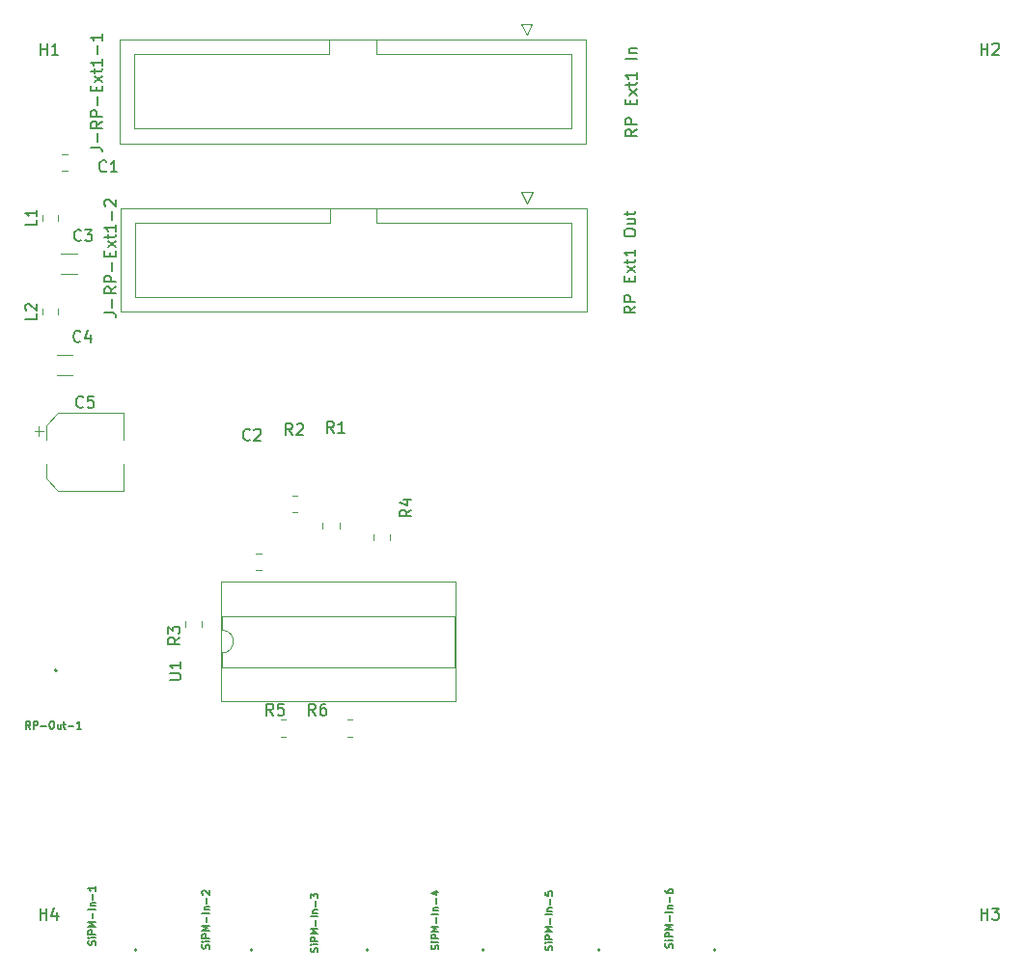
<source format=gbr>
%TF.GenerationSoftware,KiCad,Pcbnew,8.0.3*%
%TF.CreationDate,2024-06-20T11:56:58+02:00*%
%TF.ProjectId,Mux Brd V1,4d757820-4272-4642-9056-312e6b696361,rev?*%
%TF.SameCoordinates,Original*%
%TF.FileFunction,Legend,Top*%
%TF.FilePolarity,Positive*%
%FSLAX46Y46*%
G04 Gerber Fmt 4.6, Leading zero omitted, Abs format (unit mm)*
G04 Created by KiCad (PCBNEW 8.0.3) date 2024-06-20 11:56:58*
%MOMM*%
%LPD*%
G01*
G04 APERTURE LIST*
%ADD10C,0.150000*%
%ADD11C,0.120000*%
%ADD12C,0.200000*%
G04 APERTURE END LIST*
D10*
X81938019Y-56944734D02*
X81461828Y-57278067D01*
X81938019Y-57516162D02*
X80938019Y-57516162D01*
X80938019Y-57516162D02*
X80938019Y-57135210D01*
X80938019Y-57135210D02*
X80985638Y-57039972D01*
X80985638Y-57039972D02*
X81033257Y-56992353D01*
X81033257Y-56992353D02*
X81128495Y-56944734D01*
X81128495Y-56944734D02*
X81271352Y-56944734D01*
X81271352Y-56944734D02*
X81366590Y-56992353D01*
X81366590Y-56992353D02*
X81414209Y-57039972D01*
X81414209Y-57039972D02*
X81461828Y-57135210D01*
X81461828Y-57135210D02*
X81461828Y-57516162D01*
X81938019Y-56516162D02*
X80938019Y-56516162D01*
X80938019Y-56516162D02*
X80938019Y-56135210D01*
X80938019Y-56135210D02*
X80985638Y-56039972D01*
X80985638Y-56039972D02*
X81033257Y-55992353D01*
X81033257Y-55992353D02*
X81128495Y-55944734D01*
X81128495Y-55944734D02*
X81271352Y-55944734D01*
X81271352Y-55944734D02*
X81366590Y-55992353D01*
X81366590Y-55992353D02*
X81414209Y-56039972D01*
X81414209Y-56039972D02*
X81461828Y-56135210D01*
X81461828Y-56135210D02*
X81461828Y-56516162D01*
X81414209Y-54754257D02*
X81414209Y-54420924D01*
X81938019Y-54278067D02*
X81938019Y-54754257D01*
X81938019Y-54754257D02*
X80938019Y-54754257D01*
X80938019Y-54754257D02*
X80938019Y-54278067D01*
X81938019Y-53944733D02*
X81271352Y-53420924D01*
X81271352Y-53944733D02*
X81938019Y-53420924D01*
X81271352Y-53182828D02*
X81271352Y-52801876D01*
X80938019Y-53039971D02*
X81795161Y-53039971D01*
X81795161Y-53039971D02*
X81890400Y-52992352D01*
X81890400Y-52992352D02*
X81938019Y-52897114D01*
X81938019Y-52897114D02*
X81938019Y-52801876D01*
X81938019Y-51944733D02*
X81938019Y-52516161D01*
X81938019Y-52230447D02*
X80938019Y-52230447D01*
X80938019Y-52230447D02*
X81080876Y-52325685D01*
X81080876Y-52325685D02*
X81176114Y-52420923D01*
X81176114Y-52420923D02*
X81223733Y-52516161D01*
X80938019Y-50563780D02*
X80938019Y-50373304D01*
X80938019Y-50373304D02*
X80985638Y-50278066D01*
X80985638Y-50278066D02*
X81080876Y-50182828D01*
X81080876Y-50182828D02*
X81271352Y-50135209D01*
X81271352Y-50135209D02*
X81604685Y-50135209D01*
X81604685Y-50135209D02*
X81795161Y-50182828D01*
X81795161Y-50182828D02*
X81890400Y-50278066D01*
X81890400Y-50278066D02*
X81938019Y-50373304D01*
X81938019Y-50373304D02*
X81938019Y-50563780D01*
X81938019Y-50563780D02*
X81890400Y-50659018D01*
X81890400Y-50659018D02*
X81795161Y-50754256D01*
X81795161Y-50754256D02*
X81604685Y-50801875D01*
X81604685Y-50801875D02*
X81271352Y-50801875D01*
X81271352Y-50801875D02*
X81080876Y-50754256D01*
X81080876Y-50754256D02*
X80985638Y-50659018D01*
X80985638Y-50659018D02*
X80938019Y-50563780D01*
X81271352Y-49278066D02*
X81938019Y-49278066D01*
X81271352Y-49706637D02*
X81795161Y-49706637D01*
X81795161Y-49706637D02*
X81890400Y-49659018D01*
X81890400Y-49659018D02*
X81938019Y-49563780D01*
X81938019Y-49563780D02*
X81938019Y-49420923D01*
X81938019Y-49420923D02*
X81890400Y-49325685D01*
X81890400Y-49325685D02*
X81842780Y-49278066D01*
X81271352Y-48944732D02*
X81271352Y-48563780D01*
X80938019Y-48801875D02*
X81795161Y-48801875D01*
X81795161Y-48801875D02*
X81890400Y-48754256D01*
X81890400Y-48754256D02*
X81938019Y-48659018D01*
X81938019Y-48659018D02*
X81938019Y-48563780D01*
X82039619Y-41387305D02*
X81563428Y-41720638D01*
X82039619Y-41958733D02*
X81039619Y-41958733D01*
X81039619Y-41958733D02*
X81039619Y-41577781D01*
X81039619Y-41577781D02*
X81087238Y-41482543D01*
X81087238Y-41482543D02*
X81134857Y-41434924D01*
X81134857Y-41434924D02*
X81230095Y-41387305D01*
X81230095Y-41387305D02*
X81372952Y-41387305D01*
X81372952Y-41387305D02*
X81468190Y-41434924D01*
X81468190Y-41434924D02*
X81515809Y-41482543D01*
X81515809Y-41482543D02*
X81563428Y-41577781D01*
X81563428Y-41577781D02*
X81563428Y-41958733D01*
X82039619Y-40958733D02*
X81039619Y-40958733D01*
X81039619Y-40958733D02*
X81039619Y-40577781D01*
X81039619Y-40577781D02*
X81087238Y-40482543D01*
X81087238Y-40482543D02*
X81134857Y-40434924D01*
X81134857Y-40434924D02*
X81230095Y-40387305D01*
X81230095Y-40387305D02*
X81372952Y-40387305D01*
X81372952Y-40387305D02*
X81468190Y-40434924D01*
X81468190Y-40434924D02*
X81515809Y-40482543D01*
X81515809Y-40482543D02*
X81563428Y-40577781D01*
X81563428Y-40577781D02*
X81563428Y-40958733D01*
X81515809Y-39196828D02*
X81515809Y-38863495D01*
X82039619Y-38720638D02*
X82039619Y-39196828D01*
X82039619Y-39196828D02*
X81039619Y-39196828D01*
X81039619Y-39196828D02*
X81039619Y-38720638D01*
X82039619Y-38387304D02*
X81372952Y-37863495D01*
X81372952Y-38387304D02*
X82039619Y-37863495D01*
X81372952Y-37625399D02*
X81372952Y-37244447D01*
X81039619Y-37482542D02*
X81896761Y-37482542D01*
X81896761Y-37482542D02*
X81992000Y-37434923D01*
X81992000Y-37434923D02*
X82039619Y-37339685D01*
X82039619Y-37339685D02*
X82039619Y-37244447D01*
X82039619Y-36387304D02*
X82039619Y-36958732D01*
X82039619Y-36673018D02*
X81039619Y-36673018D01*
X81039619Y-36673018D02*
X81182476Y-36768256D01*
X81182476Y-36768256D02*
X81277714Y-36863494D01*
X81277714Y-36863494D02*
X81325333Y-36958732D01*
X82039619Y-35196827D02*
X81039619Y-35196827D01*
X81372952Y-34720637D02*
X82039619Y-34720637D01*
X81468190Y-34720637D02*
X81420571Y-34673018D01*
X81420571Y-34673018D02*
X81372952Y-34577780D01*
X81372952Y-34577780D02*
X81372952Y-34434923D01*
X81372952Y-34434923D02*
X81420571Y-34339685D01*
X81420571Y-34339685D02*
X81515809Y-34292066D01*
X81515809Y-34292066D02*
X82039619Y-34292066D01*
X41060019Y-89712704D02*
X41869542Y-89712704D01*
X41869542Y-89712704D02*
X41964780Y-89665085D01*
X41964780Y-89665085D02*
X42012400Y-89617466D01*
X42012400Y-89617466D02*
X42060019Y-89522228D01*
X42060019Y-89522228D02*
X42060019Y-89331752D01*
X42060019Y-89331752D02*
X42012400Y-89236514D01*
X42012400Y-89236514D02*
X41964780Y-89188895D01*
X41964780Y-89188895D02*
X41869542Y-89141276D01*
X41869542Y-89141276D02*
X41060019Y-89141276D01*
X42060019Y-88141276D02*
X42060019Y-88712704D01*
X42060019Y-88426990D02*
X41060019Y-88426990D01*
X41060019Y-88426990D02*
X41202876Y-88522228D01*
X41202876Y-88522228D02*
X41298114Y-88617466D01*
X41298114Y-88617466D02*
X41345733Y-88712704D01*
X35520333Y-45038180D02*
X35472714Y-45085800D01*
X35472714Y-45085800D02*
X35329857Y-45133419D01*
X35329857Y-45133419D02*
X35234619Y-45133419D01*
X35234619Y-45133419D02*
X35091762Y-45085800D01*
X35091762Y-45085800D02*
X34996524Y-44990561D01*
X34996524Y-44990561D02*
X34948905Y-44895323D01*
X34948905Y-44895323D02*
X34901286Y-44704847D01*
X34901286Y-44704847D02*
X34901286Y-44561990D01*
X34901286Y-44561990D02*
X34948905Y-44371514D01*
X34948905Y-44371514D02*
X34996524Y-44276276D01*
X34996524Y-44276276D02*
X35091762Y-44181038D01*
X35091762Y-44181038D02*
X35234619Y-44133419D01*
X35234619Y-44133419D02*
X35329857Y-44133419D01*
X35329857Y-44133419D02*
X35472714Y-44181038D01*
X35472714Y-44181038D02*
X35520333Y-44228657D01*
X36472714Y-45133419D02*
X35901286Y-45133419D01*
X36187000Y-45133419D02*
X36187000Y-44133419D01*
X36187000Y-44133419D02*
X36091762Y-44276276D01*
X36091762Y-44276276D02*
X35996524Y-44371514D01*
X35996524Y-44371514D02*
X35901286Y-44419133D01*
X29743495Y-34846419D02*
X29743495Y-33846419D01*
X29743495Y-34322609D02*
X30314923Y-34322609D01*
X30314923Y-34846419D02*
X30314923Y-33846419D01*
X31314923Y-34846419D02*
X30743495Y-34846419D01*
X31029209Y-34846419D02*
X31029209Y-33846419D01*
X31029209Y-33846419D02*
X30933971Y-33989276D01*
X30933971Y-33989276D02*
X30838733Y-34084514D01*
X30838733Y-34084514D02*
X30743495Y-34132133D01*
X112268095Y-34846419D02*
X112268095Y-33846419D01*
X112268095Y-34322609D02*
X112839523Y-34322609D01*
X112839523Y-34846419D02*
X112839523Y-33846419D01*
X113268095Y-33941657D02*
X113315714Y-33894038D01*
X113315714Y-33894038D02*
X113410952Y-33846419D01*
X113410952Y-33846419D02*
X113649047Y-33846419D01*
X113649047Y-33846419D02*
X113744285Y-33894038D01*
X113744285Y-33894038D02*
X113791904Y-33941657D01*
X113791904Y-33941657D02*
X113839523Y-34036895D01*
X113839523Y-34036895D02*
X113839523Y-34132133D01*
X113839523Y-34132133D02*
X113791904Y-34274990D01*
X113791904Y-34274990D02*
X113220476Y-34846419D01*
X113220476Y-34846419D02*
X113839523Y-34846419D01*
X112268095Y-110777819D02*
X112268095Y-109777819D01*
X112268095Y-110254009D02*
X112839523Y-110254009D01*
X112839523Y-110777819D02*
X112839523Y-109777819D01*
X113220476Y-109777819D02*
X113839523Y-109777819D01*
X113839523Y-109777819D02*
X113506190Y-110158771D01*
X113506190Y-110158771D02*
X113649047Y-110158771D01*
X113649047Y-110158771D02*
X113744285Y-110206390D01*
X113744285Y-110206390D02*
X113791904Y-110254009D01*
X113791904Y-110254009D02*
X113839523Y-110349247D01*
X113839523Y-110349247D02*
X113839523Y-110587342D01*
X113839523Y-110587342D02*
X113791904Y-110682580D01*
X113791904Y-110682580D02*
X113744285Y-110730200D01*
X113744285Y-110730200D02*
X113649047Y-110777819D01*
X113649047Y-110777819D02*
X113363333Y-110777819D01*
X113363333Y-110777819D02*
X113268095Y-110730200D01*
X113268095Y-110730200D02*
X113220476Y-110682580D01*
X29718095Y-110777819D02*
X29718095Y-109777819D01*
X29718095Y-110254009D02*
X30289523Y-110254009D01*
X30289523Y-110777819D02*
X30289523Y-109777819D01*
X31194285Y-110111152D02*
X31194285Y-110777819D01*
X30956190Y-109730200D02*
X30718095Y-110444485D01*
X30718095Y-110444485D02*
X31337142Y-110444485D01*
X51852533Y-68222019D02*
X51519200Y-67745828D01*
X51281105Y-68222019D02*
X51281105Y-67222019D01*
X51281105Y-67222019D02*
X51662057Y-67222019D01*
X51662057Y-67222019D02*
X51757295Y-67269638D01*
X51757295Y-67269638D02*
X51804914Y-67317257D01*
X51804914Y-67317257D02*
X51852533Y-67412495D01*
X51852533Y-67412495D02*
X51852533Y-67555352D01*
X51852533Y-67555352D02*
X51804914Y-67650590D01*
X51804914Y-67650590D02*
X51757295Y-67698209D01*
X51757295Y-67698209D02*
X51662057Y-67745828D01*
X51662057Y-67745828D02*
X51281105Y-67745828D01*
X52233486Y-67317257D02*
X52281105Y-67269638D01*
X52281105Y-67269638D02*
X52376343Y-67222019D01*
X52376343Y-67222019D02*
X52614438Y-67222019D01*
X52614438Y-67222019D02*
X52709676Y-67269638D01*
X52709676Y-67269638D02*
X52757295Y-67317257D01*
X52757295Y-67317257D02*
X52804914Y-67412495D01*
X52804914Y-67412495D02*
X52804914Y-67507733D01*
X52804914Y-67507733D02*
X52757295Y-67650590D01*
X52757295Y-67650590D02*
X52185867Y-68222019D01*
X52185867Y-68222019D02*
X52804914Y-68222019D01*
X55484733Y-68044219D02*
X55151400Y-67568028D01*
X54913305Y-68044219D02*
X54913305Y-67044219D01*
X54913305Y-67044219D02*
X55294257Y-67044219D01*
X55294257Y-67044219D02*
X55389495Y-67091838D01*
X55389495Y-67091838D02*
X55437114Y-67139457D01*
X55437114Y-67139457D02*
X55484733Y-67234695D01*
X55484733Y-67234695D02*
X55484733Y-67377552D01*
X55484733Y-67377552D02*
X55437114Y-67472790D01*
X55437114Y-67472790D02*
X55389495Y-67520409D01*
X55389495Y-67520409D02*
X55294257Y-67568028D01*
X55294257Y-67568028D02*
X54913305Y-67568028D01*
X56437114Y-68044219D02*
X55865686Y-68044219D01*
X56151400Y-68044219D02*
X56151400Y-67044219D01*
X56151400Y-67044219D02*
X56056162Y-67187076D01*
X56056162Y-67187076D02*
X55960924Y-67282314D01*
X55960924Y-67282314D02*
X55865686Y-67329933D01*
X33310533Y-51108780D02*
X33262914Y-51156400D01*
X33262914Y-51156400D02*
X33120057Y-51204019D01*
X33120057Y-51204019D02*
X33024819Y-51204019D01*
X33024819Y-51204019D02*
X32881962Y-51156400D01*
X32881962Y-51156400D02*
X32786724Y-51061161D01*
X32786724Y-51061161D02*
X32739105Y-50965923D01*
X32739105Y-50965923D02*
X32691486Y-50775447D01*
X32691486Y-50775447D02*
X32691486Y-50632590D01*
X32691486Y-50632590D02*
X32739105Y-50442114D01*
X32739105Y-50442114D02*
X32786724Y-50346876D01*
X32786724Y-50346876D02*
X32881962Y-50251638D01*
X32881962Y-50251638D02*
X33024819Y-50204019D01*
X33024819Y-50204019D02*
X33120057Y-50204019D01*
X33120057Y-50204019D02*
X33262914Y-50251638D01*
X33262914Y-50251638D02*
X33310533Y-50299257D01*
X33643867Y-50204019D02*
X34262914Y-50204019D01*
X34262914Y-50204019D02*
X33929581Y-50584971D01*
X33929581Y-50584971D02*
X34072438Y-50584971D01*
X34072438Y-50584971D02*
X34167676Y-50632590D01*
X34167676Y-50632590D02*
X34215295Y-50680209D01*
X34215295Y-50680209D02*
X34262914Y-50775447D01*
X34262914Y-50775447D02*
X34262914Y-51013542D01*
X34262914Y-51013542D02*
X34215295Y-51108780D01*
X34215295Y-51108780D02*
X34167676Y-51156400D01*
X34167676Y-51156400D02*
X34072438Y-51204019D01*
X34072438Y-51204019D02*
X33786724Y-51204019D01*
X33786724Y-51204019D02*
X33691486Y-51156400D01*
X33691486Y-51156400D02*
X33643867Y-51108780D01*
X33259733Y-59973380D02*
X33212114Y-60021000D01*
X33212114Y-60021000D02*
X33069257Y-60068619D01*
X33069257Y-60068619D02*
X32974019Y-60068619D01*
X32974019Y-60068619D02*
X32831162Y-60021000D01*
X32831162Y-60021000D02*
X32735924Y-59925761D01*
X32735924Y-59925761D02*
X32688305Y-59830523D01*
X32688305Y-59830523D02*
X32640686Y-59640047D01*
X32640686Y-59640047D02*
X32640686Y-59497190D01*
X32640686Y-59497190D02*
X32688305Y-59306714D01*
X32688305Y-59306714D02*
X32735924Y-59211476D01*
X32735924Y-59211476D02*
X32831162Y-59116238D01*
X32831162Y-59116238D02*
X32974019Y-59068619D01*
X32974019Y-59068619D02*
X33069257Y-59068619D01*
X33069257Y-59068619D02*
X33212114Y-59116238D01*
X33212114Y-59116238D02*
X33259733Y-59163857D01*
X34116876Y-59401952D02*
X34116876Y-60068619D01*
X33878781Y-59021000D02*
X33640686Y-59735285D01*
X33640686Y-59735285D02*
X34259733Y-59735285D01*
X33488333Y-65732580D02*
X33440714Y-65780200D01*
X33440714Y-65780200D02*
X33297857Y-65827819D01*
X33297857Y-65827819D02*
X33202619Y-65827819D01*
X33202619Y-65827819D02*
X33059762Y-65780200D01*
X33059762Y-65780200D02*
X32964524Y-65684961D01*
X32964524Y-65684961D02*
X32916905Y-65589723D01*
X32916905Y-65589723D02*
X32869286Y-65399247D01*
X32869286Y-65399247D02*
X32869286Y-65256390D01*
X32869286Y-65256390D02*
X32916905Y-65065914D01*
X32916905Y-65065914D02*
X32964524Y-64970676D01*
X32964524Y-64970676D02*
X33059762Y-64875438D01*
X33059762Y-64875438D02*
X33202619Y-64827819D01*
X33202619Y-64827819D02*
X33297857Y-64827819D01*
X33297857Y-64827819D02*
X33440714Y-64875438D01*
X33440714Y-64875438D02*
X33488333Y-64923057D01*
X34393095Y-64827819D02*
X33916905Y-64827819D01*
X33916905Y-64827819D02*
X33869286Y-65304009D01*
X33869286Y-65304009D02*
X33916905Y-65256390D01*
X33916905Y-65256390D02*
X34012143Y-65208771D01*
X34012143Y-65208771D02*
X34250238Y-65208771D01*
X34250238Y-65208771D02*
X34345476Y-65256390D01*
X34345476Y-65256390D02*
X34393095Y-65304009D01*
X34393095Y-65304009D02*
X34440714Y-65399247D01*
X34440714Y-65399247D02*
X34440714Y-65637342D01*
X34440714Y-65637342D02*
X34393095Y-65732580D01*
X34393095Y-65732580D02*
X34345476Y-65780200D01*
X34345476Y-65780200D02*
X34250238Y-65827819D01*
X34250238Y-65827819D02*
X34012143Y-65827819D01*
X34012143Y-65827819D02*
X33916905Y-65780200D01*
X33916905Y-65780200D02*
X33869286Y-65732580D01*
X29411819Y-49324666D02*
X29411819Y-49800856D01*
X29411819Y-49800856D02*
X28411819Y-49800856D01*
X29411819Y-48467523D02*
X29411819Y-49038951D01*
X29411819Y-48753237D02*
X28411819Y-48753237D01*
X28411819Y-48753237D02*
X28554676Y-48848475D01*
X28554676Y-48848475D02*
X28649914Y-48943713D01*
X28649914Y-48943713D02*
X28697533Y-49038951D01*
X29411819Y-57579666D02*
X29411819Y-58055856D01*
X29411819Y-58055856D02*
X28411819Y-58055856D01*
X28507057Y-57293951D02*
X28459438Y-57246332D01*
X28459438Y-57246332D02*
X28411819Y-57151094D01*
X28411819Y-57151094D02*
X28411819Y-56912999D01*
X28411819Y-56912999D02*
X28459438Y-56817761D01*
X28459438Y-56817761D02*
X28507057Y-56770142D01*
X28507057Y-56770142D02*
X28602295Y-56722523D01*
X28602295Y-56722523D02*
X28697533Y-56722523D01*
X28697533Y-56722523D02*
X28840390Y-56770142D01*
X28840390Y-56770142D02*
X29411819Y-57341570D01*
X29411819Y-57341570D02*
X29411819Y-56722523D01*
X48118733Y-68609380D02*
X48071114Y-68657000D01*
X48071114Y-68657000D02*
X47928257Y-68704619D01*
X47928257Y-68704619D02*
X47833019Y-68704619D01*
X47833019Y-68704619D02*
X47690162Y-68657000D01*
X47690162Y-68657000D02*
X47594924Y-68561761D01*
X47594924Y-68561761D02*
X47547305Y-68466523D01*
X47547305Y-68466523D02*
X47499686Y-68276047D01*
X47499686Y-68276047D02*
X47499686Y-68133190D01*
X47499686Y-68133190D02*
X47547305Y-67942714D01*
X47547305Y-67942714D02*
X47594924Y-67847476D01*
X47594924Y-67847476D02*
X47690162Y-67752238D01*
X47690162Y-67752238D02*
X47833019Y-67704619D01*
X47833019Y-67704619D02*
X47928257Y-67704619D01*
X47928257Y-67704619D02*
X48071114Y-67752238D01*
X48071114Y-67752238D02*
X48118733Y-67799857D01*
X48499686Y-67799857D02*
X48547305Y-67752238D01*
X48547305Y-67752238D02*
X48642543Y-67704619D01*
X48642543Y-67704619D02*
X48880638Y-67704619D01*
X48880638Y-67704619D02*
X48975876Y-67752238D01*
X48975876Y-67752238D02*
X49023495Y-67799857D01*
X49023495Y-67799857D02*
X49071114Y-67895095D01*
X49071114Y-67895095D02*
X49071114Y-67990333D01*
X49071114Y-67990333D02*
X49023495Y-68133190D01*
X49023495Y-68133190D02*
X48452067Y-68704619D01*
X48452067Y-68704619D02*
X49071114Y-68704619D01*
X41958419Y-85993266D02*
X41482228Y-86326599D01*
X41958419Y-86564694D02*
X40958419Y-86564694D01*
X40958419Y-86564694D02*
X40958419Y-86183742D01*
X40958419Y-86183742D02*
X41006038Y-86088504D01*
X41006038Y-86088504D02*
X41053657Y-86040885D01*
X41053657Y-86040885D02*
X41148895Y-85993266D01*
X41148895Y-85993266D02*
X41291752Y-85993266D01*
X41291752Y-85993266D02*
X41386990Y-86040885D01*
X41386990Y-86040885D02*
X41434609Y-86088504D01*
X41434609Y-86088504D02*
X41482228Y-86183742D01*
X41482228Y-86183742D02*
X41482228Y-86564694D01*
X40958419Y-85659932D02*
X40958419Y-85040885D01*
X40958419Y-85040885D02*
X41339371Y-85374218D01*
X41339371Y-85374218D02*
X41339371Y-85231361D01*
X41339371Y-85231361D02*
X41386990Y-85136123D01*
X41386990Y-85136123D02*
X41434609Y-85088504D01*
X41434609Y-85088504D02*
X41529847Y-85040885D01*
X41529847Y-85040885D02*
X41767942Y-85040885D01*
X41767942Y-85040885D02*
X41863180Y-85088504D01*
X41863180Y-85088504D02*
X41910800Y-85136123D01*
X41910800Y-85136123D02*
X41958419Y-85231361D01*
X41958419Y-85231361D02*
X41958419Y-85517075D01*
X41958419Y-85517075D02*
X41910800Y-85612313D01*
X41910800Y-85612313D02*
X41863180Y-85659932D01*
X62278419Y-74791866D02*
X61802228Y-75125199D01*
X62278419Y-75363294D02*
X61278419Y-75363294D01*
X61278419Y-75363294D02*
X61278419Y-74982342D01*
X61278419Y-74982342D02*
X61326038Y-74887104D01*
X61326038Y-74887104D02*
X61373657Y-74839485D01*
X61373657Y-74839485D02*
X61468895Y-74791866D01*
X61468895Y-74791866D02*
X61611752Y-74791866D01*
X61611752Y-74791866D02*
X61706990Y-74839485D01*
X61706990Y-74839485D02*
X61754609Y-74887104D01*
X61754609Y-74887104D02*
X61802228Y-74982342D01*
X61802228Y-74982342D02*
X61802228Y-75363294D01*
X61611752Y-73934723D02*
X62278419Y-73934723D01*
X61230800Y-74172818D02*
X61945085Y-74410913D01*
X61945085Y-74410913D02*
X61945085Y-73791866D01*
X50176133Y-92834619D02*
X49842800Y-92358428D01*
X49604705Y-92834619D02*
X49604705Y-91834619D01*
X49604705Y-91834619D02*
X49985657Y-91834619D01*
X49985657Y-91834619D02*
X50080895Y-91882238D01*
X50080895Y-91882238D02*
X50128514Y-91929857D01*
X50128514Y-91929857D02*
X50176133Y-92025095D01*
X50176133Y-92025095D02*
X50176133Y-92167952D01*
X50176133Y-92167952D02*
X50128514Y-92263190D01*
X50128514Y-92263190D02*
X50080895Y-92310809D01*
X50080895Y-92310809D02*
X49985657Y-92358428D01*
X49985657Y-92358428D02*
X49604705Y-92358428D01*
X51080895Y-91834619D02*
X50604705Y-91834619D01*
X50604705Y-91834619D02*
X50557086Y-92310809D01*
X50557086Y-92310809D02*
X50604705Y-92263190D01*
X50604705Y-92263190D02*
X50699943Y-92215571D01*
X50699943Y-92215571D02*
X50938038Y-92215571D01*
X50938038Y-92215571D02*
X51033276Y-92263190D01*
X51033276Y-92263190D02*
X51080895Y-92310809D01*
X51080895Y-92310809D02*
X51128514Y-92406047D01*
X51128514Y-92406047D02*
X51128514Y-92644142D01*
X51128514Y-92644142D02*
X51080895Y-92739380D01*
X51080895Y-92739380D02*
X51033276Y-92787000D01*
X51033276Y-92787000D02*
X50938038Y-92834619D01*
X50938038Y-92834619D02*
X50699943Y-92834619D01*
X50699943Y-92834619D02*
X50604705Y-92787000D01*
X50604705Y-92787000D02*
X50557086Y-92739380D01*
X53884533Y-92834619D02*
X53551200Y-92358428D01*
X53313105Y-92834619D02*
X53313105Y-91834619D01*
X53313105Y-91834619D02*
X53694057Y-91834619D01*
X53694057Y-91834619D02*
X53789295Y-91882238D01*
X53789295Y-91882238D02*
X53836914Y-91929857D01*
X53836914Y-91929857D02*
X53884533Y-92025095D01*
X53884533Y-92025095D02*
X53884533Y-92167952D01*
X53884533Y-92167952D02*
X53836914Y-92263190D01*
X53836914Y-92263190D02*
X53789295Y-92310809D01*
X53789295Y-92310809D02*
X53694057Y-92358428D01*
X53694057Y-92358428D02*
X53313105Y-92358428D01*
X54741676Y-91834619D02*
X54551200Y-91834619D01*
X54551200Y-91834619D02*
X54455962Y-91882238D01*
X54455962Y-91882238D02*
X54408343Y-91929857D01*
X54408343Y-91929857D02*
X54313105Y-92072714D01*
X54313105Y-92072714D02*
X54265486Y-92263190D01*
X54265486Y-92263190D02*
X54265486Y-92644142D01*
X54265486Y-92644142D02*
X54313105Y-92739380D01*
X54313105Y-92739380D02*
X54360724Y-92787000D01*
X54360724Y-92787000D02*
X54455962Y-92834619D01*
X54455962Y-92834619D02*
X54646438Y-92834619D01*
X54646438Y-92834619D02*
X54741676Y-92787000D01*
X54741676Y-92787000D02*
X54789295Y-92739380D01*
X54789295Y-92739380D02*
X54836914Y-92644142D01*
X54836914Y-92644142D02*
X54836914Y-92406047D01*
X54836914Y-92406047D02*
X54789295Y-92310809D01*
X54789295Y-92310809D02*
X54741676Y-92263190D01*
X54741676Y-92263190D02*
X54646438Y-92215571D01*
X54646438Y-92215571D02*
X54455962Y-92215571D01*
X54455962Y-92215571D02*
X54360724Y-92263190D01*
X54360724Y-92263190D02*
X54313105Y-92310809D01*
X54313105Y-92310809D02*
X54265486Y-92406047D01*
X34151219Y-42985723D02*
X34865504Y-42985723D01*
X34865504Y-42985723D02*
X35008361Y-43033342D01*
X35008361Y-43033342D02*
X35103600Y-43128580D01*
X35103600Y-43128580D02*
X35151219Y-43271437D01*
X35151219Y-43271437D02*
X35151219Y-43366675D01*
X34770266Y-42509532D02*
X34770266Y-41747628D01*
X35151219Y-40700009D02*
X34675028Y-41033342D01*
X35151219Y-41271437D02*
X34151219Y-41271437D01*
X34151219Y-41271437D02*
X34151219Y-40890485D01*
X34151219Y-40890485D02*
X34198838Y-40795247D01*
X34198838Y-40795247D02*
X34246457Y-40747628D01*
X34246457Y-40747628D02*
X34341695Y-40700009D01*
X34341695Y-40700009D02*
X34484552Y-40700009D01*
X34484552Y-40700009D02*
X34579790Y-40747628D01*
X34579790Y-40747628D02*
X34627409Y-40795247D01*
X34627409Y-40795247D02*
X34675028Y-40890485D01*
X34675028Y-40890485D02*
X34675028Y-41271437D01*
X35151219Y-40271437D02*
X34151219Y-40271437D01*
X34151219Y-40271437D02*
X34151219Y-39890485D01*
X34151219Y-39890485D02*
X34198838Y-39795247D01*
X34198838Y-39795247D02*
X34246457Y-39747628D01*
X34246457Y-39747628D02*
X34341695Y-39700009D01*
X34341695Y-39700009D02*
X34484552Y-39700009D01*
X34484552Y-39700009D02*
X34579790Y-39747628D01*
X34579790Y-39747628D02*
X34627409Y-39795247D01*
X34627409Y-39795247D02*
X34675028Y-39890485D01*
X34675028Y-39890485D02*
X34675028Y-40271437D01*
X34770266Y-39271437D02*
X34770266Y-38509533D01*
X34627409Y-38033342D02*
X34627409Y-37700009D01*
X35151219Y-37557152D02*
X35151219Y-38033342D01*
X35151219Y-38033342D02*
X34151219Y-38033342D01*
X34151219Y-38033342D02*
X34151219Y-37557152D01*
X35151219Y-37223818D02*
X34484552Y-36700009D01*
X34484552Y-37223818D02*
X35151219Y-36700009D01*
X34484552Y-36461913D02*
X34484552Y-36080961D01*
X34151219Y-36319056D02*
X35008361Y-36319056D01*
X35008361Y-36319056D02*
X35103600Y-36271437D01*
X35103600Y-36271437D02*
X35151219Y-36176199D01*
X35151219Y-36176199D02*
X35151219Y-36080961D01*
X35151219Y-35223818D02*
X35151219Y-35795246D01*
X35151219Y-35509532D02*
X34151219Y-35509532D01*
X34151219Y-35509532D02*
X34294076Y-35604770D01*
X34294076Y-35604770D02*
X34389314Y-35700008D01*
X34389314Y-35700008D02*
X34436933Y-35795246D01*
X34770266Y-34795246D02*
X34770266Y-34033342D01*
X35151219Y-33033342D02*
X35151219Y-33604770D01*
X35151219Y-33319056D02*
X34151219Y-33319056D01*
X34151219Y-33319056D02*
X34294076Y-33414294D01*
X34294076Y-33414294D02*
X34389314Y-33509532D01*
X34389314Y-33509532D02*
X34436933Y-33604770D01*
X35370419Y-57514523D02*
X36084704Y-57514523D01*
X36084704Y-57514523D02*
X36227561Y-57562142D01*
X36227561Y-57562142D02*
X36322800Y-57657380D01*
X36322800Y-57657380D02*
X36370419Y-57800237D01*
X36370419Y-57800237D02*
X36370419Y-57895475D01*
X35989466Y-57038332D02*
X35989466Y-56276428D01*
X36370419Y-55228809D02*
X35894228Y-55562142D01*
X36370419Y-55800237D02*
X35370419Y-55800237D01*
X35370419Y-55800237D02*
X35370419Y-55419285D01*
X35370419Y-55419285D02*
X35418038Y-55324047D01*
X35418038Y-55324047D02*
X35465657Y-55276428D01*
X35465657Y-55276428D02*
X35560895Y-55228809D01*
X35560895Y-55228809D02*
X35703752Y-55228809D01*
X35703752Y-55228809D02*
X35798990Y-55276428D01*
X35798990Y-55276428D02*
X35846609Y-55324047D01*
X35846609Y-55324047D02*
X35894228Y-55419285D01*
X35894228Y-55419285D02*
X35894228Y-55800237D01*
X36370419Y-54800237D02*
X35370419Y-54800237D01*
X35370419Y-54800237D02*
X35370419Y-54419285D01*
X35370419Y-54419285D02*
X35418038Y-54324047D01*
X35418038Y-54324047D02*
X35465657Y-54276428D01*
X35465657Y-54276428D02*
X35560895Y-54228809D01*
X35560895Y-54228809D02*
X35703752Y-54228809D01*
X35703752Y-54228809D02*
X35798990Y-54276428D01*
X35798990Y-54276428D02*
X35846609Y-54324047D01*
X35846609Y-54324047D02*
X35894228Y-54419285D01*
X35894228Y-54419285D02*
X35894228Y-54800237D01*
X35989466Y-53800237D02*
X35989466Y-53038333D01*
X35846609Y-52562142D02*
X35846609Y-52228809D01*
X36370419Y-52085952D02*
X36370419Y-52562142D01*
X36370419Y-52562142D02*
X35370419Y-52562142D01*
X35370419Y-52562142D02*
X35370419Y-52085952D01*
X36370419Y-51752618D02*
X35703752Y-51228809D01*
X35703752Y-51752618D02*
X36370419Y-51228809D01*
X35703752Y-50990713D02*
X35703752Y-50609761D01*
X35370419Y-50847856D02*
X36227561Y-50847856D01*
X36227561Y-50847856D02*
X36322800Y-50800237D01*
X36322800Y-50800237D02*
X36370419Y-50704999D01*
X36370419Y-50704999D02*
X36370419Y-50609761D01*
X36370419Y-49752618D02*
X36370419Y-50324046D01*
X36370419Y-50038332D02*
X35370419Y-50038332D01*
X35370419Y-50038332D02*
X35513276Y-50133570D01*
X35513276Y-50133570D02*
X35608514Y-50228808D01*
X35608514Y-50228808D02*
X35656133Y-50324046D01*
X35989466Y-49324046D02*
X35989466Y-48562142D01*
X35465657Y-48133570D02*
X35418038Y-48085951D01*
X35418038Y-48085951D02*
X35370419Y-47990713D01*
X35370419Y-47990713D02*
X35370419Y-47752618D01*
X35370419Y-47752618D02*
X35418038Y-47657380D01*
X35418038Y-47657380D02*
X35465657Y-47609761D01*
X35465657Y-47609761D02*
X35560895Y-47562142D01*
X35560895Y-47562142D02*
X35656133Y-47562142D01*
X35656133Y-47562142D02*
X35798990Y-47609761D01*
X35798990Y-47609761D02*
X36370419Y-48181189D01*
X36370419Y-48181189D02*
X36370419Y-47562142D01*
X28859733Y-94014276D02*
X28646399Y-93709514D01*
X28494018Y-94014276D02*
X28494018Y-93374276D01*
X28494018Y-93374276D02*
X28737828Y-93374276D01*
X28737828Y-93374276D02*
X28798780Y-93404752D01*
X28798780Y-93404752D02*
X28829257Y-93435228D01*
X28829257Y-93435228D02*
X28859733Y-93496180D01*
X28859733Y-93496180D02*
X28859733Y-93587609D01*
X28859733Y-93587609D02*
X28829257Y-93648561D01*
X28829257Y-93648561D02*
X28798780Y-93679038D01*
X28798780Y-93679038D02*
X28737828Y-93709514D01*
X28737828Y-93709514D02*
X28494018Y-93709514D01*
X29134018Y-94014276D02*
X29134018Y-93374276D01*
X29134018Y-93374276D02*
X29377828Y-93374276D01*
X29377828Y-93374276D02*
X29438780Y-93404752D01*
X29438780Y-93404752D02*
X29469257Y-93435228D01*
X29469257Y-93435228D02*
X29499733Y-93496180D01*
X29499733Y-93496180D02*
X29499733Y-93587609D01*
X29499733Y-93587609D02*
X29469257Y-93648561D01*
X29469257Y-93648561D02*
X29438780Y-93679038D01*
X29438780Y-93679038D02*
X29377828Y-93709514D01*
X29377828Y-93709514D02*
X29134018Y-93709514D01*
X29774018Y-93770466D02*
X30261638Y-93770466D01*
X30688304Y-93374276D02*
X30810209Y-93374276D01*
X30810209Y-93374276D02*
X30871161Y-93404752D01*
X30871161Y-93404752D02*
X30932114Y-93465704D01*
X30932114Y-93465704D02*
X30962590Y-93587609D01*
X30962590Y-93587609D02*
X30962590Y-93800942D01*
X30962590Y-93800942D02*
X30932114Y-93922847D01*
X30932114Y-93922847D02*
X30871161Y-93983800D01*
X30871161Y-93983800D02*
X30810209Y-94014276D01*
X30810209Y-94014276D02*
X30688304Y-94014276D01*
X30688304Y-94014276D02*
X30627352Y-93983800D01*
X30627352Y-93983800D02*
X30566399Y-93922847D01*
X30566399Y-93922847D02*
X30535923Y-93800942D01*
X30535923Y-93800942D02*
X30535923Y-93587609D01*
X30535923Y-93587609D02*
X30566399Y-93465704D01*
X30566399Y-93465704D02*
X30627352Y-93404752D01*
X30627352Y-93404752D02*
X30688304Y-93374276D01*
X31511161Y-93587609D02*
X31511161Y-94014276D01*
X31236875Y-93587609D02*
X31236875Y-93922847D01*
X31236875Y-93922847D02*
X31267352Y-93983800D01*
X31267352Y-93983800D02*
X31328304Y-94014276D01*
X31328304Y-94014276D02*
X31419733Y-94014276D01*
X31419733Y-94014276D02*
X31480685Y-93983800D01*
X31480685Y-93983800D02*
X31511161Y-93953323D01*
X31724495Y-93587609D02*
X31968304Y-93587609D01*
X31815923Y-93374276D02*
X31815923Y-93922847D01*
X31815923Y-93922847D02*
X31846400Y-93983800D01*
X31846400Y-93983800D02*
X31907352Y-94014276D01*
X31907352Y-94014276D02*
X31968304Y-94014276D01*
X32181637Y-93770466D02*
X32669257Y-93770466D01*
X33309257Y-94014276D02*
X32943542Y-94014276D01*
X33126399Y-94014276D02*
X33126399Y-93374276D01*
X33126399Y-93374276D02*
X33065447Y-93465704D01*
X33065447Y-93465704D02*
X33004495Y-93526657D01*
X33004495Y-93526657D02*
X32943542Y-93557133D01*
X34547800Y-112999200D02*
X34578276Y-112907771D01*
X34578276Y-112907771D02*
X34578276Y-112755390D01*
X34578276Y-112755390D02*
X34547800Y-112694438D01*
X34547800Y-112694438D02*
X34517323Y-112663962D01*
X34517323Y-112663962D02*
X34456371Y-112633485D01*
X34456371Y-112633485D02*
X34395419Y-112633485D01*
X34395419Y-112633485D02*
X34334466Y-112663962D01*
X34334466Y-112663962D02*
X34303990Y-112694438D01*
X34303990Y-112694438D02*
X34273514Y-112755390D01*
X34273514Y-112755390D02*
X34243038Y-112877295D01*
X34243038Y-112877295D02*
X34212561Y-112938247D01*
X34212561Y-112938247D02*
X34182085Y-112968724D01*
X34182085Y-112968724D02*
X34121133Y-112999200D01*
X34121133Y-112999200D02*
X34060180Y-112999200D01*
X34060180Y-112999200D02*
X33999228Y-112968724D01*
X33999228Y-112968724D02*
X33968752Y-112938247D01*
X33968752Y-112938247D02*
X33938276Y-112877295D01*
X33938276Y-112877295D02*
X33938276Y-112724914D01*
X33938276Y-112724914D02*
X33968752Y-112633485D01*
X34578276Y-112359200D02*
X34151609Y-112359200D01*
X33938276Y-112359200D02*
X33968752Y-112389676D01*
X33968752Y-112389676D02*
X33999228Y-112359200D01*
X33999228Y-112359200D02*
X33968752Y-112328723D01*
X33968752Y-112328723D02*
X33938276Y-112359200D01*
X33938276Y-112359200D02*
X33999228Y-112359200D01*
X34578276Y-112054438D02*
X33938276Y-112054438D01*
X33938276Y-112054438D02*
X33938276Y-111810628D01*
X33938276Y-111810628D02*
X33968752Y-111749676D01*
X33968752Y-111749676D02*
X33999228Y-111719199D01*
X33999228Y-111719199D02*
X34060180Y-111688723D01*
X34060180Y-111688723D02*
X34151609Y-111688723D01*
X34151609Y-111688723D02*
X34212561Y-111719199D01*
X34212561Y-111719199D02*
X34243038Y-111749676D01*
X34243038Y-111749676D02*
X34273514Y-111810628D01*
X34273514Y-111810628D02*
X34273514Y-112054438D01*
X34578276Y-111414438D02*
X33938276Y-111414438D01*
X33938276Y-111414438D02*
X34395419Y-111201104D01*
X34395419Y-111201104D02*
X33938276Y-110987771D01*
X33938276Y-110987771D02*
X34578276Y-110987771D01*
X34334466Y-110683009D02*
X34334466Y-110195390D01*
X34578276Y-109890628D02*
X33938276Y-109890628D01*
X34151609Y-109585866D02*
X34578276Y-109585866D01*
X34212561Y-109585866D02*
X34182085Y-109555389D01*
X34182085Y-109555389D02*
X34151609Y-109494437D01*
X34151609Y-109494437D02*
X34151609Y-109403008D01*
X34151609Y-109403008D02*
X34182085Y-109342056D01*
X34182085Y-109342056D02*
X34243038Y-109311580D01*
X34243038Y-109311580D02*
X34578276Y-109311580D01*
X34334466Y-109006818D02*
X34334466Y-108519199D01*
X34578276Y-107879198D02*
X34578276Y-108244913D01*
X34578276Y-108062056D02*
X33938276Y-108062056D01*
X33938276Y-108062056D02*
X34029704Y-108123008D01*
X34029704Y-108123008D02*
X34090657Y-108183960D01*
X34090657Y-108183960D02*
X34121133Y-108244913D01*
X44530000Y-113329400D02*
X44560476Y-113237971D01*
X44560476Y-113237971D02*
X44560476Y-113085590D01*
X44560476Y-113085590D02*
X44530000Y-113024638D01*
X44530000Y-113024638D02*
X44499523Y-112994162D01*
X44499523Y-112994162D02*
X44438571Y-112963685D01*
X44438571Y-112963685D02*
X44377619Y-112963685D01*
X44377619Y-112963685D02*
X44316666Y-112994162D01*
X44316666Y-112994162D02*
X44286190Y-113024638D01*
X44286190Y-113024638D02*
X44255714Y-113085590D01*
X44255714Y-113085590D02*
X44225238Y-113207495D01*
X44225238Y-113207495D02*
X44194761Y-113268447D01*
X44194761Y-113268447D02*
X44164285Y-113298924D01*
X44164285Y-113298924D02*
X44103333Y-113329400D01*
X44103333Y-113329400D02*
X44042380Y-113329400D01*
X44042380Y-113329400D02*
X43981428Y-113298924D01*
X43981428Y-113298924D02*
X43950952Y-113268447D01*
X43950952Y-113268447D02*
X43920476Y-113207495D01*
X43920476Y-113207495D02*
X43920476Y-113055114D01*
X43920476Y-113055114D02*
X43950952Y-112963685D01*
X44560476Y-112689400D02*
X44133809Y-112689400D01*
X43920476Y-112689400D02*
X43950952Y-112719876D01*
X43950952Y-112719876D02*
X43981428Y-112689400D01*
X43981428Y-112689400D02*
X43950952Y-112658923D01*
X43950952Y-112658923D02*
X43920476Y-112689400D01*
X43920476Y-112689400D02*
X43981428Y-112689400D01*
X44560476Y-112384638D02*
X43920476Y-112384638D01*
X43920476Y-112384638D02*
X43920476Y-112140828D01*
X43920476Y-112140828D02*
X43950952Y-112079876D01*
X43950952Y-112079876D02*
X43981428Y-112049399D01*
X43981428Y-112049399D02*
X44042380Y-112018923D01*
X44042380Y-112018923D02*
X44133809Y-112018923D01*
X44133809Y-112018923D02*
X44194761Y-112049399D01*
X44194761Y-112049399D02*
X44225238Y-112079876D01*
X44225238Y-112079876D02*
X44255714Y-112140828D01*
X44255714Y-112140828D02*
X44255714Y-112384638D01*
X44560476Y-111744638D02*
X43920476Y-111744638D01*
X43920476Y-111744638D02*
X44377619Y-111531304D01*
X44377619Y-111531304D02*
X43920476Y-111317971D01*
X43920476Y-111317971D02*
X44560476Y-111317971D01*
X44316666Y-111013209D02*
X44316666Y-110525590D01*
X44560476Y-110220828D02*
X43920476Y-110220828D01*
X44133809Y-109916066D02*
X44560476Y-109916066D01*
X44194761Y-109916066D02*
X44164285Y-109885589D01*
X44164285Y-109885589D02*
X44133809Y-109824637D01*
X44133809Y-109824637D02*
X44133809Y-109733208D01*
X44133809Y-109733208D02*
X44164285Y-109672256D01*
X44164285Y-109672256D02*
X44225238Y-109641780D01*
X44225238Y-109641780D02*
X44560476Y-109641780D01*
X44316666Y-109337018D02*
X44316666Y-108849399D01*
X43981428Y-108575113D02*
X43950952Y-108544637D01*
X43950952Y-108544637D02*
X43920476Y-108483684D01*
X43920476Y-108483684D02*
X43920476Y-108331303D01*
X43920476Y-108331303D02*
X43950952Y-108270351D01*
X43950952Y-108270351D02*
X43981428Y-108239875D01*
X43981428Y-108239875D02*
X44042380Y-108209398D01*
X44042380Y-108209398D02*
X44103333Y-108209398D01*
X44103333Y-108209398D02*
X44194761Y-108239875D01*
X44194761Y-108239875D02*
X44560476Y-108605589D01*
X44560476Y-108605589D02*
X44560476Y-108209398D01*
X54055000Y-113608800D02*
X54085476Y-113517371D01*
X54085476Y-113517371D02*
X54085476Y-113364990D01*
X54085476Y-113364990D02*
X54055000Y-113304038D01*
X54055000Y-113304038D02*
X54024523Y-113273562D01*
X54024523Y-113273562D02*
X53963571Y-113243085D01*
X53963571Y-113243085D02*
X53902619Y-113243085D01*
X53902619Y-113243085D02*
X53841666Y-113273562D01*
X53841666Y-113273562D02*
X53811190Y-113304038D01*
X53811190Y-113304038D02*
X53780714Y-113364990D01*
X53780714Y-113364990D02*
X53750238Y-113486895D01*
X53750238Y-113486895D02*
X53719761Y-113547847D01*
X53719761Y-113547847D02*
X53689285Y-113578324D01*
X53689285Y-113578324D02*
X53628333Y-113608800D01*
X53628333Y-113608800D02*
X53567380Y-113608800D01*
X53567380Y-113608800D02*
X53506428Y-113578324D01*
X53506428Y-113578324D02*
X53475952Y-113547847D01*
X53475952Y-113547847D02*
X53445476Y-113486895D01*
X53445476Y-113486895D02*
X53445476Y-113334514D01*
X53445476Y-113334514D02*
X53475952Y-113243085D01*
X54085476Y-112968800D02*
X53658809Y-112968800D01*
X53445476Y-112968800D02*
X53475952Y-112999276D01*
X53475952Y-112999276D02*
X53506428Y-112968800D01*
X53506428Y-112968800D02*
X53475952Y-112938323D01*
X53475952Y-112938323D02*
X53445476Y-112968800D01*
X53445476Y-112968800D02*
X53506428Y-112968800D01*
X54085476Y-112664038D02*
X53445476Y-112664038D01*
X53445476Y-112664038D02*
X53445476Y-112420228D01*
X53445476Y-112420228D02*
X53475952Y-112359276D01*
X53475952Y-112359276D02*
X53506428Y-112328799D01*
X53506428Y-112328799D02*
X53567380Y-112298323D01*
X53567380Y-112298323D02*
X53658809Y-112298323D01*
X53658809Y-112298323D02*
X53719761Y-112328799D01*
X53719761Y-112328799D02*
X53750238Y-112359276D01*
X53750238Y-112359276D02*
X53780714Y-112420228D01*
X53780714Y-112420228D02*
X53780714Y-112664038D01*
X54085476Y-112024038D02*
X53445476Y-112024038D01*
X53445476Y-112024038D02*
X53902619Y-111810704D01*
X53902619Y-111810704D02*
X53445476Y-111597371D01*
X53445476Y-111597371D02*
X54085476Y-111597371D01*
X53841666Y-111292609D02*
X53841666Y-110804990D01*
X54085476Y-110500228D02*
X53445476Y-110500228D01*
X53658809Y-110195466D02*
X54085476Y-110195466D01*
X53719761Y-110195466D02*
X53689285Y-110164989D01*
X53689285Y-110164989D02*
X53658809Y-110104037D01*
X53658809Y-110104037D02*
X53658809Y-110012608D01*
X53658809Y-110012608D02*
X53689285Y-109951656D01*
X53689285Y-109951656D02*
X53750238Y-109921180D01*
X53750238Y-109921180D02*
X54085476Y-109921180D01*
X53841666Y-109616418D02*
X53841666Y-109128799D01*
X53445476Y-108884989D02*
X53445476Y-108488798D01*
X53445476Y-108488798D02*
X53689285Y-108702132D01*
X53689285Y-108702132D02*
X53689285Y-108610703D01*
X53689285Y-108610703D02*
X53719761Y-108549751D01*
X53719761Y-108549751D02*
X53750238Y-108519275D01*
X53750238Y-108519275D02*
X53811190Y-108488798D01*
X53811190Y-108488798D02*
X53963571Y-108488798D01*
X53963571Y-108488798D02*
X54024523Y-108519275D01*
X54024523Y-108519275D02*
X54055000Y-108549751D01*
X54055000Y-108549751D02*
X54085476Y-108610703D01*
X54085476Y-108610703D02*
X54085476Y-108793560D01*
X54085476Y-108793560D02*
X54055000Y-108854513D01*
X54055000Y-108854513D02*
X54024523Y-108884989D01*
X64646800Y-113380200D02*
X64677276Y-113288771D01*
X64677276Y-113288771D02*
X64677276Y-113136390D01*
X64677276Y-113136390D02*
X64646800Y-113075438D01*
X64646800Y-113075438D02*
X64616323Y-113044962D01*
X64616323Y-113044962D02*
X64555371Y-113014485D01*
X64555371Y-113014485D02*
X64494419Y-113014485D01*
X64494419Y-113014485D02*
X64433466Y-113044962D01*
X64433466Y-113044962D02*
X64402990Y-113075438D01*
X64402990Y-113075438D02*
X64372514Y-113136390D01*
X64372514Y-113136390D02*
X64342038Y-113258295D01*
X64342038Y-113258295D02*
X64311561Y-113319247D01*
X64311561Y-113319247D02*
X64281085Y-113349724D01*
X64281085Y-113349724D02*
X64220133Y-113380200D01*
X64220133Y-113380200D02*
X64159180Y-113380200D01*
X64159180Y-113380200D02*
X64098228Y-113349724D01*
X64098228Y-113349724D02*
X64067752Y-113319247D01*
X64067752Y-113319247D02*
X64037276Y-113258295D01*
X64037276Y-113258295D02*
X64037276Y-113105914D01*
X64037276Y-113105914D02*
X64067752Y-113014485D01*
X64677276Y-112740200D02*
X64250609Y-112740200D01*
X64037276Y-112740200D02*
X64067752Y-112770676D01*
X64067752Y-112770676D02*
X64098228Y-112740200D01*
X64098228Y-112740200D02*
X64067752Y-112709723D01*
X64067752Y-112709723D02*
X64037276Y-112740200D01*
X64037276Y-112740200D02*
X64098228Y-112740200D01*
X64677276Y-112435438D02*
X64037276Y-112435438D01*
X64037276Y-112435438D02*
X64037276Y-112191628D01*
X64037276Y-112191628D02*
X64067752Y-112130676D01*
X64067752Y-112130676D02*
X64098228Y-112100199D01*
X64098228Y-112100199D02*
X64159180Y-112069723D01*
X64159180Y-112069723D02*
X64250609Y-112069723D01*
X64250609Y-112069723D02*
X64311561Y-112100199D01*
X64311561Y-112100199D02*
X64342038Y-112130676D01*
X64342038Y-112130676D02*
X64372514Y-112191628D01*
X64372514Y-112191628D02*
X64372514Y-112435438D01*
X64677276Y-111795438D02*
X64037276Y-111795438D01*
X64037276Y-111795438D02*
X64494419Y-111582104D01*
X64494419Y-111582104D02*
X64037276Y-111368771D01*
X64037276Y-111368771D02*
X64677276Y-111368771D01*
X64433466Y-111064009D02*
X64433466Y-110576390D01*
X64677276Y-110271628D02*
X64037276Y-110271628D01*
X64250609Y-109966866D02*
X64677276Y-109966866D01*
X64311561Y-109966866D02*
X64281085Y-109936389D01*
X64281085Y-109936389D02*
X64250609Y-109875437D01*
X64250609Y-109875437D02*
X64250609Y-109784008D01*
X64250609Y-109784008D02*
X64281085Y-109723056D01*
X64281085Y-109723056D02*
X64342038Y-109692580D01*
X64342038Y-109692580D02*
X64677276Y-109692580D01*
X64433466Y-109387818D02*
X64433466Y-108900199D01*
X64250609Y-108321151D02*
X64677276Y-108321151D01*
X64006800Y-108473532D02*
X64463942Y-108625913D01*
X64463942Y-108625913D02*
X64463942Y-108229722D01*
X74629000Y-113431000D02*
X74659476Y-113339571D01*
X74659476Y-113339571D02*
X74659476Y-113187190D01*
X74659476Y-113187190D02*
X74629000Y-113126238D01*
X74629000Y-113126238D02*
X74598523Y-113095762D01*
X74598523Y-113095762D02*
X74537571Y-113065285D01*
X74537571Y-113065285D02*
X74476619Y-113065285D01*
X74476619Y-113065285D02*
X74415666Y-113095762D01*
X74415666Y-113095762D02*
X74385190Y-113126238D01*
X74385190Y-113126238D02*
X74354714Y-113187190D01*
X74354714Y-113187190D02*
X74324238Y-113309095D01*
X74324238Y-113309095D02*
X74293761Y-113370047D01*
X74293761Y-113370047D02*
X74263285Y-113400524D01*
X74263285Y-113400524D02*
X74202333Y-113431000D01*
X74202333Y-113431000D02*
X74141380Y-113431000D01*
X74141380Y-113431000D02*
X74080428Y-113400524D01*
X74080428Y-113400524D02*
X74049952Y-113370047D01*
X74049952Y-113370047D02*
X74019476Y-113309095D01*
X74019476Y-113309095D02*
X74019476Y-113156714D01*
X74019476Y-113156714D02*
X74049952Y-113065285D01*
X74659476Y-112791000D02*
X74232809Y-112791000D01*
X74019476Y-112791000D02*
X74049952Y-112821476D01*
X74049952Y-112821476D02*
X74080428Y-112791000D01*
X74080428Y-112791000D02*
X74049952Y-112760523D01*
X74049952Y-112760523D02*
X74019476Y-112791000D01*
X74019476Y-112791000D02*
X74080428Y-112791000D01*
X74659476Y-112486238D02*
X74019476Y-112486238D01*
X74019476Y-112486238D02*
X74019476Y-112242428D01*
X74019476Y-112242428D02*
X74049952Y-112181476D01*
X74049952Y-112181476D02*
X74080428Y-112150999D01*
X74080428Y-112150999D02*
X74141380Y-112120523D01*
X74141380Y-112120523D02*
X74232809Y-112120523D01*
X74232809Y-112120523D02*
X74293761Y-112150999D01*
X74293761Y-112150999D02*
X74324238Y-112181476D01*
X74324238Y-112181476D02*
X74354714Y-112242428D01*
X74354714Y-112242428D02*
X74354714Y-112486238D01*
X74659476Y-111846238D02*
X74019476Y-111846238D01*
X74019476Y-111846238D02*
X74476619Y-111632904D01*
X74476619Y-111632904D02*
X74019476Y-111419571D01*
X74019476Y-111419571D02*
X74659476Y-111419571D01*
X74415666Y-111114809D02*
X74415666Y-110627190D01*
X74659476Y-110322428D02*
X74019476Y-110322428D01*
X74232809Y-110017666D02*
X74659476Y-110017666D01*
X74293761Y-110017666D02*
X74263285Y-109987189D01*
X74263285Y-109987189D02*
X74232809Y-109926237D01*
X74232809Y-109926237D02*
X74232809Y-109834808D01*
X74232809Y-109834808D02*
X74263285Y-109773856D01*
X74263285Y-109773856D02*
X74324238Y-109743380D01*
X74324238Y-109743380D02*
X74659476Y-109743380D01*
X74415666Y-109438618D02*
X74415666Y-108950999D01*
X74019476Y-108341475D02*
X74019476Y-108646237D01*
X74019476Y-108646237D02*
X74324238Y-108676713D01*
X74324238Y-108676713D02*
X74293761Y-108646237D01*
X74293761Y-108646237D02*
X74263285Y-108585284D01*
X74263285Y-108585284D02*
X74263285Y-108432903D01*
X74263285Y-108432903D02*
X74293761Y-108371951D01*
X74293761Y-108371951D02*
X74324238Y-108341475D01*
X74324238Y-108341475D02*
X74385190Y-108310998D01*
X74385190Y-108310998D02*
X74537571Y-108310998D01*
X74537571Y-108310998D02*
X74598523Y-108341475D01*
X74598523Y-108341475D02*
X74629000Y-108371951D01*
X74629000Y-108371951D02*
X74659476Y-108432903D01*
X74659476Y-108432903D02*
X74659476Y-108585284D01*
X74659476Y-108585284D02*
X74629000Y-108646237D01*
X74629000Y-108646237D02*
X74598523Y-108676713D01*
X85170000Y-113227800D02*
X85200476Y-113136371D01*
X85200476Y-113136371D02*
X85200476Y-112983990D01*
X85200476Y-112983990D02*
X85170000Y-112923038D01*
X85170000Y-112923038D02*
X85139523Y-112892562D01*
X85139523Y-112892562D02*
X85078571Y-112862085D01*
X85078571Y-112862085D02*
X85017619Y-112862085D01*
X85017619Y-112862085D02*
X84956666Y-112892562D01*
X84956666Y-112892562D02*
X84926190Y-112923038D01*
X84926190Y-112923038D02*
X84895714Y-112983990D01*
X84895714Y-112983990D02*
X84865238Y-113105895D01*
X84865238Y-113105895D02*
X84834761Y-113166847D01*
X84834761Y-113166847D02*
X84804285Y-113197324D01*
X84804285Y-113197324D02*
X84743333Y-113227800D01*
X84743333Y-113227800D02*
X84682380Y-113227800D01*
X84682380Y-113227800D02*
X84621428Y-113197324D01*
X84621428Y-113197324D02*
X84590952Y-113166847D01*
X84590952Y-113166847D02*
X84560476Y-113105895D01*
X84560476Y-113105895D02*
X84560476Y-112953514D01*
X84560476Y-112953514D02*
X84590952Y-112862085D01*
X85200476Y-112587800D02*
X84773809Y-112587800D01*
X84560476Y-112587800D02*
X84590952Y-112618276D01*
X84590952Y-112618276D02*
X84621428Y-112587800D01*
X84621428Y-112587800D02*
X84590952Y-112557323D01*
X84590952Y-112557323D02*
X84560476Y-112587800D01*
X84560476Y-112587800D02*
X84621428Y-112587800D01*
X85200476Y-112283038D02*
X84560476Y-112283038D01*
X84560476Y-112283038D02*
X84560476Y-112039228D01*
X84560476Y-112039228D02*
X84590952Y-111978276D01*
X84590952Y-111978276D02*
X84621428Y-111947799D01*
X84621428Y-111947799D02*
X84682380Y-111917323D01*
X84682380Y-111917323D02*
X84773809Y-111917323D01*
X84773809Y-111917323D02*
X84834761Y-111947799D01*
X84834761Y-111947799D02*
X84865238Y-111978276D01*
X84865238Y-111978276D02*
X84895714Y-112039228D01*
X84895714Y-112039228D02*
X84895714Y-112283038D01*
X85200476Y-111643038D02*
X84560476Y-111643038D01*
X84560476Y-111643038D02*
X85017619Y-111429704D01*
X85017619Y-111429704D02*
X84560476Y-111216371D01*
X84560476Y-111216371D02*
X85200476Y-111216371D01*
X84956666Y-110911609D02*
X84956666Y-110423990D01*
X85200476Y-110119228D02*
X84560476Y-110119228D01*
X84773809Y-109814466D02*
X85200476Y-109814466D01*
X84834761Y-109814466D02*
X84804285Y-109783989D01*
X84804285Y-109783989D02*
X84773809Y-109723037D01*
X84773809Y-109723037D02*
X84773809Y-109631608D01*
X84773809Y-109631608D02*
X84804285Y-109570656D01*
X84804285Y-109570656D02*
X84865238Y-109540180D01*
X84865238Y-109540180D02*
X85200476Y-109540180D01*
X84956666Y-109235418D02*
X84956666Y-108747799D01*
X84560476Y-108168751D02*
X84560476Y-108290656D01*
X84560476Y-108290656D02*
X84590952Y-108351608D01*
X84590952Y-108351608D02*
X84621428Y-108382084D01*
X84621428Y-108382084D02*
X84712857Y-108443037D01*
X84712857Y-108443037D02*
X84834761Y-108473513D01*
X84834761Y-108473513D02*
X85078571Y-108473513D01*
X85078571Y-108473513D02*
X85139523Y-108443037D01*
X85139523Y-108443037D02*
X85170000Y-108412560D01*
X85170000Y-108412560D02*
X85200476Y-108351608D01*
X85200476Y-108351608D02*
X85200476Y-108229703D01*
X85200476Y-108229703D02*
X85170000Y-108168751D01*
X85170000Y-108168751D02*
X85139523Y-108138275D01*
X85139523Y-108138275D02*
X85078571Y-108107798D01*
X85078571Y-108107798D02*
X84926190Y-108107798D01*
X84926190Y-108107798D02*
X84865238Y-108138275D01*
X84865238Y-108138275D02*
X84834761Y-108168751D01*
X84834761Y-108168751D02*
X84804285Y-108229703D01*
X84804285Y-108229703D02*
X84804285Y-108351608D01*
X84804285Y-108351608D02*
X84834761Y-108412560D01*
X84834761Y-108412560D02*
X84865238Y-108443037D01*
X84865238Y-108443037D02*
X84926190Y-108473513D01*
D11*
%TO.C,U1*%
X45600000Y-81110000D02*
X45600000Y-91610000D01*
X45600000Y-91610000D02*
X66160000Y-91610000D01*
X45660000Y-84110000D02*
X45660000Y-85360000D01*
X45660000Y-87360000D02*
X45660000Y-88610000D01*
X45660000Y-88610000D02*
X66100000Y-88610000D01*
X66100000Y-84110000D02*
X45660000Y-84110000D01*
X66100000Y-88610000D02*
X66100000Y-84110000D01*
X66160000Y-81110000D02*
X45600000Y-81110000D01*
X66160000Y-91610000D02*
X66160000Y-81110000D01*
X45660000Y-85360000D02*
G75*
G02*
X45660000Y-87360000I0J-1000000D01*
G01*
%TO.C,C1*%
X31615748Y-43588000D02*
X32138252Y-43588000D01*
X31615748Y-45058000D02*
X32138252Y-45058000D01*
%TO.C,R2*%
X51842936Y-73560000D02*
X52297064Y-73560000D01*
X51842936Y-75030000D02*
X52297064Y-75030000D01*
%TO.C,R1*%
X54510000Y-76427064D02*
X54510000Y-75972936D01*
X55980000Y-76427064D02*
X55980000Y-75972936D01*
%TO.C,C3*%
X31508248Y-52303000D02*
X32930752Y-52303000D01*
X31508248Y-54123000D02*
X32930752Y-54123000D01*
%TO.C,C4*%
X31165748Y-61193000D02*
X32588252Y-61193000D01*
X31165748Y-63013000D02*
X32588252Y-63013000D01*
%TO.C,C5*%
X29217500Y-67875500D02*
X30005000Y-67875500D01*
X29611250Y-67481750D02*
X29611250Y-68269250D01*
X30245000Y-67377437D02*
X30245000Y-68663000D01*
X30245000Y-67377437D02*
X31309437Y-66313000D01*
X30245000Y-72068563D02*
X30245000Y-70783000D01*
X30245000Y-72068563D02*
X31309437Y-73133000D01*
X31309437Y-66313000D02*
X37065000Y-66313000D01*
X31309437Y-73133000D02*
X37065000Y-73133000D01*
X37065000Y-66313000D02*
X37065000Y-68663000D01*
X37065000Y-73133000D02*
X37065000Y-70783000D01*
%TO.C,L1*%
X29897000Y-49419252D02*
X29897000Y-48896748D01*
X31317000Y-49419252D02*
X31317000Y-48896748D01*
%TO.C,L2*%
X29897000Y-57674252D02*
X29897000Y-57151748D01*
X31317000Y-57674252D02*
X31317000Y-57151748D01*
%TO.C,C2*%
X48633748Y-78640000D02*
X49156252Y-78640000D01*
X48633748Y-80110000D02*
X49156252Y-80110000D01*
%TO.C,R3*%
X42445000Y-85047064D02*
X42445000Y-84592936D01*
X43915000Y-85047064D02*
X43915000Y-84592936D01*
%TO.C,R4*%
X58955000Y-77427064D02*
X58955000Y-76972936D01*
X60425000Y-77427064D02*
X60425000Y-76972936D01*
%TO.C,R5*%
X50842936Y-93245000D02*
X51297064Y-93245000D01*
X50842936Y-94715000D02*
X51297064Y-94715000D01*
%TO.C,R6*%
X57107064Y-93245000D02*
X56652936Y-93245000D01*
X57107064Y-94715000D02*
X56652936Y-94715000D01*
%TO.C,J-RP-Ext1-1*%
X36700000Y-33514600D02*
X77600000Y-33514600D01*
X36700000Y-42634600D02*
X36700000Y-33514600D01*
X38000000Y-34824600D02*
X55100000Y-34824600D01*
X38000000Y-41324600D02*
X38000000Y-34824600D01*
X55100000Y-34824600D02*
X55100000Y-33514600D01*
X55100000Y-34824600D02*
X55100000Y-34824600D01*
X59200000Y-33514600D02*
X59200000Y-34824600D01*
X59200000Y-34824600D02*
X76300000Y-34824600D01*
X71890000Y-32124600D02*
X72390000Y-33124600D01*
X72390000Y-33124600D02*
X72890000Y-32124600D01*
X72890000Y-32124600D02*
X71890000Y-32124600D01*
X76300000Y-34824600D02*
X76300000Y-41324600D01*
X76300000Y-41324600D02*
X38000000Y-41324600D01*
X77600000Y-33514600D02*
X77600000Y-42634600D01*
X77600000Y-42634600D02*
X36700000Y-42634600D01*
%TO.C,J-RP-Ext1-2*%
X36750800Y-48297400D02*
X77650800Y-48297400D01*
X36750800Y-57417400D02*
X36750800Y-48297400D01*
X38050800Y-49607400D02*
X55150800Y-49607400D01*
X38050800Y-56107400D02*
X38050800Y-49607400D01*
X55150800Y-49607400D02*
X55150800Y-48297400D01*
X55150800Y-49607400D02*
X55150800Y-49607400D01*
X59250800Y-48297400D02*
X59250800Y-49607400D01*
X59250800Y-49607400D02*
X76350800Y-49607400D01*
X71940800Y-46907400D02*
X72440800Y-47907400D01*
X72440800Y-47907400D02*
X72940800Y-46907400D01*
X72940800Y-46907400D02*
X71940800Y-46907400D01*
X76350800Y-49607400D02*
X76350800Y-56107400D01*
X76350800Y-56107400D02*
X38050800Y-56107400D01*
X77650800Y-48297400D02*
X77650800Y-57417400D01*
X77650800Y-57417400D02*
X36750800Y-57417400D01*
D12*
%TO.C,RP-Out-1*%
X31202000Y-88900000D02*
G75*
G02*
X31002000Y-88900000I-100000J0D01*
G01*
X31002000Y-88900000D02*
G75*
G02*
X31202000Y-88900000I100000J0D01*
G01*
%TO.C,SiPM-In-1*%
X38200000Y-113424000D02*
G75*
G02*
X38000000Y-113424000I-100000J0D01*
G01*
X38000000Y-113424000D02*
G75*
G02*
X38200000Y-113424000I100000J0D01*
G01*
%TO.C,SiPM-In-2*%
X48360000Y-113424000D02*
G75*
G02*
X48160000Y-113424000I-100000J0D01*
G01*
X48160000Y-113424000D02*
G75*
G02*
X48360000Y-113424000I100000J0D01*
G01*
%TO.C,SiPM-In-3*%
X58520000Y-113424000D02*
G75*
G02*
X58320000Y-113424000I-100000J0D01*
G01*
X58320000Y-113424000D02*
G75*
G02*
X58520000Y-113424000I100000J0D01*
G01*
%TO.C,SiPM-In-4*%
X68680000Y-113424000D02*
G75*
G02*
X68480000Y-113424000I-100000J0D01*
G01*
X68480000Y-113424000D02*
G75*
G02*
X68680000Y-113424000I100000J0D01*
G01*
%TO.C,SiPM-In-5*%
X78840000Y-113424000D02*
G75*
G02*
X78640000Y-113424000I-100000J0D01*
G01*
X78640000Y-113424000D02*
G75*
G02*
X78840000Y-113424000I100000J0D01*
G01*
%TO.C,SiPM-In-6*%
X89000000Y-113424000D02*
G75*
G02*
X88800000Y-113424000I-100000J0D01*
G01*
X88800000Y-113424000D02*
G75*
G02*
X89000000Y-113424000I100000J0D01*
G01*
%TD*%
M02*

</source>
